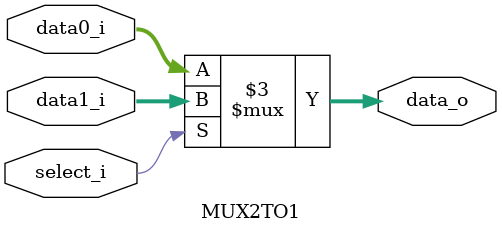
<source format=sv>

module MUX2TO1 #(
    parameter DWidth = 32
)(
    // Mux inputs
    input   logic   [DWidth-1:0]    data0_i,
    input   logic   [DWidth-1:0]    data1_i,
    input   logic                   select_i,
    // Mux output
    output  logic   [DWidth-1:0]    data_o
);

    always_comb begin
        unique case (select_i)
            1'b0:    data_o = data0_i;
            default: data_o = data1_i;
        endcase
    end

endmodule
</source>
